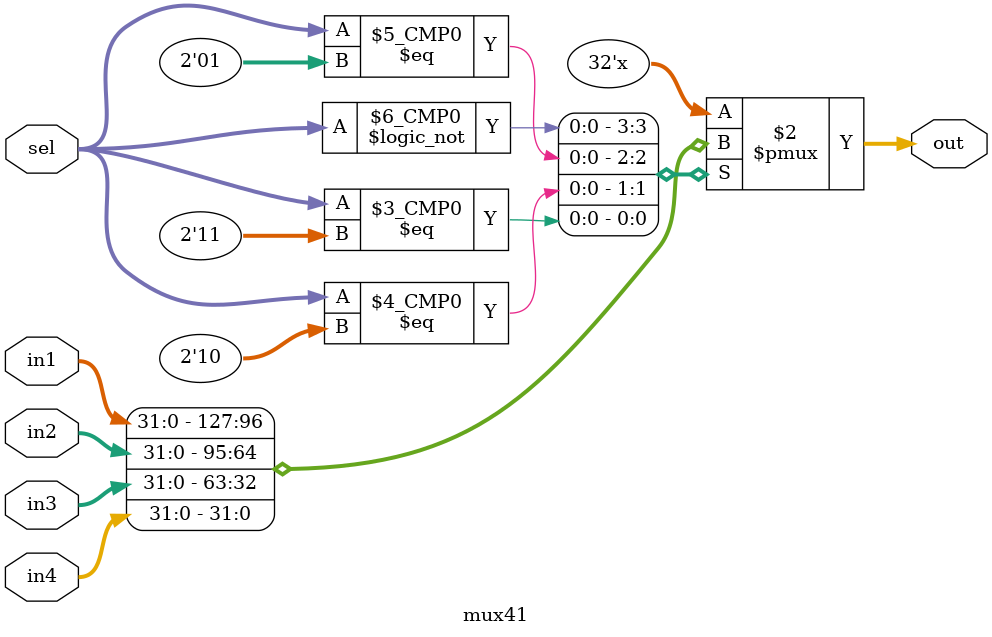
<source format=v>
module mux41(out, sel, in1, in2, in3, in4);
input [31:0] in1, in2, in3, in4;
input [1:0] sel;
output reg [31:0] out;

always @(*)
begin
	case (sel)
		2'b00:
		out = in1;
		2'b01:
		out = in2;
		2'b10:
		out = in3;
		2'b11:
		out = in4;
	endcase
end
endmodule
	

</source>
